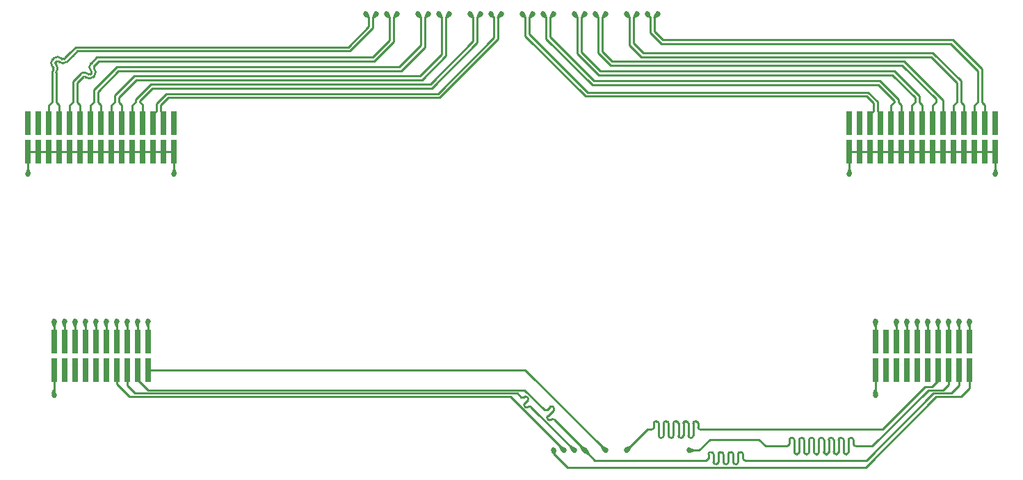
<source format=gbr>
%TF.GenerationSoftware,KiCad,Pcbnew,8.0.3-8.0.3-0~ubuntu24.04.1*%
%TF.CreationDate,2024-07-15T14:42:22+02:00*%
%TF.ProjectId,MainBoard,4d61696e-426f-4617-9264-2e6b69636164,rev?*%
%TF.SameCoordinates,Original*%
%TF.FileFunction,Copper,L1,Top*%
%TF.FilePolarity,Positive*%
%FSLAX46Y46*%
G04 Gerber Fmt 4.6, Leading zero omitted, Abs format (unit mm)*
G04 Created by KiCad (PCBNEW 8.0.3-8.0.3-0~ubuntu24.04.1) date 2024-07-15 14:42:22*
%MOMM*%
%LPD*%
G01*
G04 APERTURE LIST*
%TA.AperFunction,SMDPad,CuDef*%
%ADD10R,0.740000X2.920000*%
%TD*%
%TA.AperFunction,ViaPad*%
%ADD11C,0.685800*%
%TD*%
%TA.AperFunction,Conductor*%
%ADD12C,0.254000*%
%TD*%
%TA.AperFunction,Conductor*%
%ADD13C,0.290000*%
%TD*%
G04 APERTURE END LIST*
D10*
%TO.P,J6,1,Pin_1*%
%TO.N,/monitor1_1*%
X46610000Y-93395000D03*
%TO.P,J6,2,Pin_2*%
%TO.N,/sck*%
X46610000Y-96825000D03*
%TO.P,J6,3,Pin_3*%
%TO.N,/monitor0_1*%
X45340000Y-93395000D03*
%TO.P,J6,4,Pin_4*%
%TO.N,/miso*%
X45340000Y-96825000D03*
%TO.P,J6,5,Pin_5*%
%TO.N,/resetn_1*%
X44070000Y-93395000D03*
%TO.P,J6,6,Pin_6*%
%TO.N,/mosi*%
X44070000Y-96825000D03*
%TO.P,J6,7,Pin_7*%
%TO.N,/trigger0_1*%
X42800000Y-93395000D03*
%TO.P,J6,8,Pin_8*%
%TO.N,/ss_1*%
X42800000Y-96825000D03*
%TO.P,J6,9,Pin_9*%
%TO.N,/vddpix_1*%
X41530000Y-93395000D03*
%TO.P,J6,10,Pin_10*%
%TO.N,unconnected-(J6-Pin_10-Pad10)*%
X41530000Y-96825000D03*
%TO.P,J6,11,Pin_11*%
%TO.N,/vdd33_1*%
X40260000Y-93395000D03*
%TO.P,J6,12,Pin_12*%
%TO.N,unconnected-(J6-Pin_12-Pad12)*%
X40260000Y-96825000D03*
%TO.P,J6,13,Pin_13*%
%TO.N,/noip_clk_1*%
X38990000Y-93395000D03*
%TO.P,J6,14,Pin_14*%
%TO.N,unconnected-(J6-Pin_14-Pad14)*%
X38990000Y-96825000D03*
%TO.P,J6,15,Pin_15*%
%TO.N,GND*%
X37720000Y-93395000D03*
%TO.P,J6,16,Pin_16*%
%TO.N,unconnected-(J6-Pin_16-Pad16)*%
X37720000Y-96825000D03*
%TO.P,J6,17,Pin_17*%
%TO.N,/vdd18_1*%
X36450000Y-93395000D03*
%TO.P,J6,18,Pin_18*%
%TO.N,unconnected-(J6-Pin_18-Pad18)*%
X36450000Y-96825000D03*
%TO.P,J6,19,Pin_19*%
%TO.N,GND*%
X35180000Y-93395000D03*
%TO.P,J6,20,Pin_20*%
X35180000Y-96825000D03*
%TD*%
%TO.P,J4,1,Pin_1*%
%TO.N,/monitor1_0*%
X146610000Y-93395000D03*
%TO.P,J4,2,Pin_2*%
%TO.N,/sck*%
X146610000Y-96825000D03*
%TO.P,J4,3,Pin_3*%
%TO.N,/monitor0_0*%
X145340000Y-93395000D03*
%TO.P,J4,4,Pin_4*%
%TO.N,/miso*%
X145340000Y-96825000D03*
%TO.P,J4,5,Pin_5*%
%TO.N,/resetn_0*%
X144070000Y-93395000D03*
%TO.P,J4,6,Pin_6*%
%TO.N,/mosi*%
X144070000Y-96825000D03*
%TO.P,J4,7,Pin_7*%
%TO.N,/trigger0_0*%
X142800000Y-93395000D03*
%TO.P,J4,8,Pin_8*%
%TO.N,/ss_0*%
X142800000Y-96825000D03*
%TO.P,J4,9,Pin_9*%
%TO.N,/vddpix_0*%
X141530000Y-93395000D03*
%TO.P,J4,10,Pin_10*%
%TO.N,unconnected-(J4-Pin_10-Pad10)*%
X141530000Y-96825000D03*
%TO.P,J4,11,Pin_11*%
%TO.N,/vdd33_0*%
X140260000Y-93395000D03*
%TO.P,J4,12,Pin_12*%
%TO.N,unconnected-(J4-Pin_12-Pad12)*%
X140260000Y-96825000D03*
%TO.P,J4,13,Pin_13*%
%TO.N,/noip_clk_0*%
X138990000Y-93395000D03*
%TO.P,J4,14,Pin_14*%
%TO.N,unconnected-(J4-Pin_14-Pad14)*%
X138990000Y-96825000D03*
%TO.P,J4,15,Pin_15*%
%TO.N,/vdd18_0*%
X137720000Y-93395000D03*
%TO.P,J4,16,Pin_16*%
%TO.N,unconnected-(J4-Pin_16-Pad16)*%
X137720000Y-96825000D03*
%TO.P,J4,17,Pin_17*%
%TO.N,unconnected-(J4-Pin_17-Pad17)*%
X136450000Y-93395000D03*
%TO.P,J4,18,Pin_18*%
%TO.N,unconnected-(J4-Pin_18-Pad18)*%
X136450000Y-96825000D03*
%TO.P,J4,19,Pin_19*%
%TO.N,GND*%
X135180000Y-93395000D03*
%TO.P,J4,20,Pin_20*%
X135180000Y-96825000D03*
%TD*%
%TO.P,J3,1,Pin_1*%
%TO.N,unconnected-(J3-Pin_1-Pad1)*%
X149785000Y-66785000D03*
%TO.P,J3,2,Pin_2*%
%TO.N,GND*%
X149785000Y-70215000D03*
%TO.P,J3,3,Pin_3*%
%TO.N,/clkout0_N*%
X148515000Y-66785000D03*
%TO.P,J3,4,Pin_4*%
%TO.N,GND*%
X148515000Y-70215000D03*
%TO.P,J3,5,Pin_5*%
%TO.N,/clkout0_P*%
X147245000Y-66785000D03*
%TO.P,J3,6,Pin_6*%
%TO.N,GND*%
X147245000Y-70215000D03*
%TO.P,J3,7,Pin_7*%
%TO.N,/dout0_0_N*%
X145975000Y-66785000D03*
%TO.P,J3,8,Pin_8*%
%TO.N,GND*%
X145975000Y-70215000D03*
%TO.P,J3,9,Pin_9*%
%TO.N,/dout0_0_P*%
X144705000Y-66785000D03*
%TO.P,J3,10,Pin_10*%
%TO.N,GND*%
X144705000Y-70215000D03*
%TO.P,J3,11,Pin_11*%
%TO.N,/dout1_0_N*%
X143435000Y-66785000D03*
%TO.P,J3,12,Pin_12*%
%TO.N,GND*%
X143435000Y-70215000D03*
%TO.P,J3,13,Pin_13*%
%TO.N,/dout1_0_P*%
X142165000Y-66785000D03*
%TO.P,J3,14,Pin_14*%
%TO.N,GND*%
X142165000Y-70215000D03*
%TO.P,J3,15,Pin_15*%
%TO.N,/dout2_0_N*%
X140895000Y-66785000D03*
%TO.P,J3,16,Pin_16*%
%TO.N,GND*%
X140895000Y-70215000D03*
%TO.P,J3,17,Pin_17*%
%TO.N,/dout2_0_P*%
X139625000Y-66785000D03*
%TO.P,J3,18,Pin_18*%
%TO.N,GND*%
X139625000Y-70215000D03*
%TO.P,J3,19,Pin_19*%
%TO.N,/dout3_0_N*%
X138355000Y-66785000D03*
%TO.P,J3,20,Pin_20*%
%TO.N,GND*%
X138355000Y-70215000D03*
%TO.P,J3,21,Pin_21*%
%TO.N,/dout3_0_P*%
X137085000Y-66785000D03*
%TO.P,J3,22,Pin_22*%
%TO.N,GND*%
X137085000Y-70215000D03*
%TO.P,J3,23,Pin_23*%
%TO.N,/sync0_N*%
X135815000Y-66785000D03*
%TO.P,J3,24,Pin_24*%
%TO.N,GND*%
X135815000Y-70215000D03*
%TO.P,J3,25,Pin_25*%
%TO.N,/sync0_P*%
X134545000Y-66785000D03*
%TO.P,J3,26,Pin_26*%
%TO.N,GND*%
X134545000Y-70215000D03*
%TO.P,J3,27,Pin_27*%
%TO.N,unconnected-(J3-Pin_27-Pad27)*%
X133275000Y-66785000D03*
%TO.P,J3,28,Pin_28*%
%TO.N,GND*%
X133275000Y-70215000D03*
%TO.P,J3,29,Pin_29*%
%TO.N,unconnected-(J3-Pin_29-Pad29)*%
X132005000Y-66785000D03*
%TO.P,J3,30,Pin_30*%
%TO.N,GND*%
X132005000Y-70215000D03*
%TD*%
%TO.P,J5,1,Pin_1*%
%TO.N,unconnected-(J5-Pin_1-Pad1)*%
X49785000Y-66785000D03*
%TO.P,J5,2,Pin_2*%
%TO.N,GND*%
X49785000Y-70215000D03*
%TO.P,J5,3,Pin_3*%
%TO.N,/clkout1_N*%
X48515000Y-66785000D03*
%TO.P,J5,4,Pin_4*%
%TO.N,GND*%
X48515000Y-70215000D03*
%TO.P,J5,5,Pin_5*%
%TO.N,/clkout1_P*%
X47245000Y-66785000D03*
%TO.P,J5,6,Pin_6*%
%TO.N,GND*%
X47245000Y-70215000D03*
%TO.P,J5,7,Pin_7*%
%TO.N,/dout0_1_N*%
X45975000Y-66785000D03*
%TO.P,J5,8,Pin_8*%
%TO.N,GND*%
X45975000Y-70215000D03*
%TO.P,J5,9,Pin_9*%
%TO.N,/dout0_1_P*%
X44705000Y-66785000D03*
%TO.P,J5,10,Pin_10*%
%TO.N,GND*%
X44705000Y-70215000D03*
%TO.P,J5,11,Pin_11*%
%TO.N,/dout1_1_N*%
X43435000Y-66785000D03*
%TO.P,J5,12,Pin_12*%
%TO.N,GND*%
X43435000Y-70215000D03*
%TO.P,J5,13,Pin_13*%
%TO.N,/dout1_1_P*%
X42165000Y-66785000D03*
%TO.P,J5,14,Pin_14*%
%TO.N,GND*%
X42165000Y-70215000D03*
%TO.P,J5,15,Pin_15*%
%TO.N,/dout2_1_N*%
X40895000Y-66785000D03*
%TO.P,J5,16,Pin_16*%
%TO.N,GND*%
X40895000Y-70215000D03*
%TO.P,J5,17,Pin_17*%
%TO.N,/dout2_1_P*%
X39625000Y-66785000D03*
%TO.P,J5,18,Pin_18*%
%TO.N,GND*%
X39625000Y-70215000D03*
%TO.P,J5,19,Pin_19*%
%TO.N,/dout3_1_N*%
X38355000Y-66785000D03*
%TO.P,J5,20,Pin_20*%
%TO.N,GND*%
X38355000Y-70215000D03*
%TO.P,J5,21,Pin_21*%
%TO.N,/dout3_1_P*%
X37085000Y-66785000D03*
%TO.P,J5,22,Pin_22*%
%TO.N,GND*%
X37085000Y-70215000D03*
%TO.P,J5,23,Pin_23*%
%TO.N,/sync1_N*%
X35815000Y-66785000D03*
%TO.P,J5,24,Pin_24*%
%TO.N,GND*%
X35815000Y-70215000D03*
%TO.P,J5,25,Pin_25*%
%TO.N,/sync1_P*%
X34545000Y-66785000D03*
%TO.P,J5,26,Pin_26*%
%TO.N,GND*%
X34545000Y-70215000D03*
%TO.P,J5,27,Pin_27*%
%TO.N,unconnected-(J5-Pin_27-Pad27)*%
X33275000Y-66785000D03*
%TO.P,J5,28,Pin_28*%
%TO.N,GND*%
X33275000Y-70215000D03*
%TO.P,J5,29,Pin_29*%
%TO.N,unconnected-(J5-Pin_29-Pad29)*%
X32005000Y-66785000D03*
%TO.P,J5,30,Pin_30*%
%TO.N,GND*%
X32005000Y-70215000D03*
%TD*%
D11*
%TO.N,GND*%
X49785000Y-73000000D03*
X35200000Y-90874000D03*
X35180000Y-99874000D03*
X37740000Y-90874000D03*
X32005000Y-73000000D03*
X149785000Y-73000000D03*
X132005000Y-73000000D03*
X135180000Y-99875000D03*
X135200000Y-90875000D03*
%TO.N,/trigger0_0*%
X142800000Y-90875000D03*
%TO.N,/mosi*%
X112480000Y-106600000D03*
X98515000Y-106600000D03*
%TO.N,/resetn_1*%
X44070000Y-90874000D03*
%TO.N,/resetn_0*%
X144070000Y-90875000D03*
%TO.N,/noip_clk_0*%
X138990000Y-90875000D03*
%TO.N,/trigger0_1*%
X42800000Y-90874000D03*
%TO.N,/ss_0*%
X104865000Y-106600000D03*
%TO.N,/noip_clk_1*%
X38990000Y-90874000D03*
%TO.N,/miso*%
X99785000Y-106600000D03*
%TO.N,/ss_1*%
X97245000Y-106600000D03*
%TO.N,/sck*%
X95970000Y-106600000D03*
X102325000Y-106600000D03*
%TO.N,/vddpix_0*%
X141530000Y-90875000D03*
%TO.N,/vdd33_0*%
X140260000Y-90875000D03*
%TO.N,/vdd18_0*%
X137720000Y-90875000D03*
%TO.N,/vdd33_1*%
X40260000Y-90874000D03*
%TO.N,/vddpix_1*%
X41530000Y-90874000D03*
%TO.N,/vdd18_1*%
X36450000Y-90874000D03*
%TO.N,/clkout0_P*%
X107385000Y-53500000D03*
%TO.N,/sync0_P*%
X92165000Y-53500000D03*
%TO.N,/clkout0_N*%
X108675000Y-53500000D03*
%TO.N,/sync0_N*%
X93445000Y-53500000D03*
%TO.N,/dout0_0_N*%
X106135000Y-53500000D03*
%TO.N,/dout3_1_P*%
X75655000Y-53500000D03*
%TO.N,/clkout1_N*%
X89625000Y-53500000D03*
%TO.N,/dout1_0_P*%
X101056000Y-53500000D03*
%TO.N,/dout3_1_N*%
X76925000Y-53500000D03*
%TO.N,/dout2_0_N*%
X99785000Y-53500000D03*
%TO.N,/dout0_0_P*%
X104865000Y-53500000D03*
%TO.N,/dout1_1_N*%
X83275000Y-53500000D03*
%TO.N,/sync1_N*%
X74395000Y-53500000D03*
%TO.N,/clkout1_P*%
X88335000Y-53500000D03*
%TO.N,/dout2_0_P*%
X98515000Y-53500000D03*
%TO.N,/dout2_1_N*%
X80735000Y-53500000D03*
%TO.N,/dout3_0_N*%
X95975000Y-53500000D03*
%TO.N,/dout3_0_P*%
X94705000Y-53500000D03*
%TO.N,/dout0_1_P*%
X85815000Y-53500000D03*
%TO.N,/dout2_1_P*%
X79465000Y-53500000D03*
%TO.N,/sync1_P*%
X73115000Y-53500000D03*
%TO.N,/dout0_1_N*%
X87085000Y-53500000D03*
%TO.N,/dout1_0_N*%
X102325000Y-53500000D03*
%TO.N,/dout1_1_P*%
X82006000Y-53500000D03*
%TO.N,/monitor0_0*%
X145340000Y-90875000D03*
%TO.N,/monitor1_0*%
X146610000Y-90875000D03*
%TO.N,/monitor1_1*%
X46610000Y-90874000D03*
%TO.N,/monitor0_1*%
X45340000Y-90874000D03*
%TD*%
D12*
%TO.N,GND*%
X33275000Y-70215000D02*
X32005000Y-70215000D01*
X37720000Y-90894000D02*
X37740000Y-90874000D01*
X132005000Y-73000000D02*
X132005000Y-70215000D01*
X49785000Y-70215000D02*
X49785000Y-73000000D01*
X135180000Y-93395000D02*
X135180000Y-90895000D01*
X132005000Y-70215000D02*
X149785000Y-70215000D01*
X33275000Y-70215000D02*
X49785000Y-70215000D01*
X35180000Y-96825000D02*
X35180000Y-99874000D01*
X37720000Y-93395000D02*
X37720000Y-90894000D01*
X135180000Y-90895000D02*
X135200000Y-90875000D01*
X32005000Y-70215000D02*
X32005000Y-73000000D01*
X35180000Y-93395000D02*
X35180000Y-90894000D01*
X149785000Y-70215000D02*
X149785000Y-73000000D01*
X35180000Y-90894000D02*
X35200000Y-90874000D01*
X135180000Y-96825000D02*
X135180000Y-99875000D01*
%TO.N,/trigger0_0*%
X142800000Y-90875000D02*
X142800000Y-93395000D01*
%TO.N,/mosi*%
X129491450Y-106075000D02*
X129491450Y-105332714D01*
X125291450Y-105332714D02*
X125291450Y-105835000D01*
X133450000Y-106075000D02*
X134800000Y-106075000D01*
X127691450Y-106075000D02*
X127691450Y-106817286D01*
X127931450Y-107057286D02*
X128051450Y-107057286D01*
X92472133Y-100896544D02*
X92457991Y-100910686D01*
X44070000Y-98745000D02*
X44981000Y-99656000D01*
X134800000Y-106075000D02*
X141600000Y-99275000D01*
X129491450Y-106817286D02*
X129491450Y-106075000D01*
X125891450Y-106075000D02*
X125891450Y-105332714D01*
X115000000Y-105275000D02*
X121000000Y-105275000D01*
X44070000Y-96825000D02*
X44070000Y-98745000D01*
X130331450Y-107057286D02*
X130451450Y-107057286D01*
X92457991Y-101250098D02*
X92542843Y-101334950D01*
X131291450Y-106075000D02*
X131291450Y-106817286D01*
X125891450Y-106817286D02*
X125891450Y-106075000D01*
X126491450Y-105332714D02*
X126491450Y-106075000D01*
X125291450Y-106075000D02*
X125291450Y-106817286D01*
X92882255Y-101334950D02*
X92896397Y-101320807D01*
X127091450Y-106817286D02*
X127091450Y-106075000D01*
X130931450Y-105092691D02*
X131051450Y-105092691D01*
X124691450Y-105835000D02*
X124691450Y-105332714D01*
X132731450Y-106075000D02*
X132851450Y-106075000D01*
X92740836Y-100118729D02*
X92825688Y-100203581D01*
X128291450Y-106075000D02*
X128291450Y-105332714D01*
X124931450Y-105092714D02*
X125051450Y-105092714D01*
X130091450Y-105332714D02*
X130091450Y-106075000D01*
X131891450Y-106817286D02*
X131891450Y-106075000D01*
X128891450Y-105332714D02*
X128891450Y-106075000D01*
X121000000Y-105275000D02*
X121800000Y-106075000D01*
X92811544Y-100557134D02*
X92641839Y-100726839D01*
X130091450Y-106075000D02*
X130091450Y-106817286D01*
X44981000Y-99656000D02*
X91571000Y-99656000D01*
X93235808Y-101320807D02*
X93320661Y-101405661D01*
X130691450Y-106075000D02*
X130691450Y-105332691D01*
X131291450Y-105332691D02*
X131291450Y-106075000D01*
X128891450Y-106075000D02*
X128891450Y-106817286D01*
X93635891Y-101720891D02*
X98515000Y-106600000D01*
X128291450Y-106817286D02*
X128291450Y-106075000D01*
X127091450Y-106075000D02*
X127091450Y-105332714D01*
X144070000Y-98605000D02*
X144070000Y-96825000D01*
X132131450Y-105092691D02*
X132251450Y-105092691D01*
X131891450Y-105835000D02*
X131891450Y-105332691D01*
X131531450Y-107057286D02*
X131651450Y-107057286D01*
X121800000Y-106075000D02*
X124451450Y-106075000D01*
X127691450Y-105332714D02*
X127691450Y-106075000D01*
X129131450Y-107057286D02*
X129251450Y-107057286D01*
X93320661Y-101405661D02*
X93635891Y-101720891D01*
X125531450Y-107057286D02*
X125651450Y-107057286D01*
X126491450Y-106075000D02*
X126491450Y-106817286D01*
X92641839Y-100726839D02*
X92472133Y-100896544D01*
X127331450Y-105092714D02*
X127451450Y-105092714D01*
X126131450Y-105092714D02*
X126251450Y-105092714D01*
X91571000Y-99656000D02*
X92047871Y-100132871D01*
X92387283Y-100132872D02*
X92401424Y-100118728D01*
X112480000Y-106600000D02*
X113675000Y-106600000D01*
X129731450Y-105092714D02*
X129851450Y-105092714D01*
X141600000Y-99275000D02*
X143400000Y-99275000D01*
X113675000Y-106600000D02*
X115000000Y-105275000D01*
X131891450Y-106075000D02*
X131891450Y-105835000D01*
X128531450Y-105092714D02*
X128651450Y-105092714D01*
X132851450Y-106075000D02*
X133450000Y-106075000D01*
X143400000Y-99275000D02*
X144070000Y-98605000D01*
X126731450Y-107057286D02*
X126851450Y-107057286D01*
X125291450Y-105835000D02*
X125291450Y-106075000D01*
X92825688Y-100542993D02*
X92811544Y-100557134D01*
X132491450Y-105332691D02*
X132491450Y-105835000D01*
X130691450Y-106817286D02*
X130691450Y-106075000D01*
X92457991Y-100910686D02*
G75*
G03*
X92457983Y-101250106I169709J-169714D01*
G01*
X129851450Y-105092714D02*
G75*
G02*
X130091486Y-105332714I50J-239986D01*
G01*
X130091450Y-106817286D02*
G75*
G03*
X130331450Y-107057250I239950J-14D01*
G01*
X125291450Y-106817286D02*
G75*
G03*
X125531450Y-107057250I239950J-14D01*
G01*
X92825688Y-100203581D02*
G75*
G02*
X92825701Y-100543006I-169688J-169719D01*
G01*
X124691450Y-105332714D02*
G75*
G02*
X124931450Y-105092750I239950J14D01*
G01*
X92401424Y-100118728D02*
G75*
G02*
X92740806Y-100118758I169676J-169672D01*
G01*
X125891450Y-105332714D02*
G75*
G02*
X126131450Y-105092750I239950J14D01*
G01*
X131651450Y-107057286D02*
G75*
G03*
X131891486Y-106817286I50J239986D01*
G01*
X125651450Y-107057286D02*
G75*
G03*
X125891486Y-106817286I50J239986D01*
G01*
X132491450Y-105835000D02*
G75*
G03*
X132731450Y-106074950I239950J0D01*
G01*
X128291450Y-105332714D02*
G75*
G02*
X128531450Y-105092750I239950J14D01*
G01*
X131891450Y-105332691D02*
G75*
G02*
X132131450Y-105092750I239950J-9D01*
G01*
X131051450Y-105092691D02*
G75*
G02*
X131291509Y-105332691I50J-240009D01*
G01*
X124451450Y-106075000D02*
G75*
G03*
X124691500Y-105835000I50J240000D01*
G01*
X127451450Y-105092714D02*
G75*
G02*
X127691486Y-105332714I50J-239986D01*
G01*
X129251450Y-107057286D02*
G75*
G03*
X129491486Y-106817286I50J239986D01*
G01*
X128051450Y-107057286D02*
G75*
G03*
X128291486Y-106817286I50J239986D01*
G01*
X126491450Y-106817286D02*
G75*
G03*
X126731450Y-107057250I239950J-14D01*
G01*
X92047871Y-100132871D02*
G75*
G03*
X92387306Y-100132895I169729J169671D01*
G01*
X92542843Y-101334950D02*
G75*
G03*
X92882255Y-101334950I169706J169704D01*
G01*
X127691450Y-106817286D02*
G75*
G03*
X127931450Y-107057250I239950J-14D01*
G01*
X130451450Y-107057286D02*
G75*
G03*
X130691486Y-106817286I50J239986D01*
G01*
X128651450Y-105092714D02*
G75*
G02*
X128891486Y-105332714I50J-239986D01*
G01*
X127091450Y-105332714D02*
G75*
G02*
X127331450Y-105092750I239950J14D01*
G01*
X130691450Y-105332691D02*
G75*
G02*
X130931450Y-105092750I239950J-9D01*
G01*
X131291450Y-106817286D02*
G75*
G03*
X131531450Y-107057250I239950J-14D01*
G01*
X132251450Y-105092691D02*
G75*
G02*
X132491509Y-105332691I50J-240009D01*
G01*
X126251450Y-105092714D02*
G75*
G02*
X126491486Y-105332714I50J-239986D01*
G01*
X128891450Y-106817286D02*
G75*
G03*
X129131450Y-107057250I239950J-14D01*
G01*
X125051450Y-105092714D02*
G75*
G02*
X125291486Y-105332714I50J-239986D01*
G01*
X126851450Y-107057286D02*
G75*
G03*
X127091486Y-106817286I50J239986D01*
G01*
X92896397Y-101320807D02*
G75*
G02*
X93235808Y-101320806I169706J-169707D01*
G01*
X129491450Y-105332714D02*
G75*
G02*
X129731450Y-105092750I239950J14D01*
G01*
%TO.N,/resetn_1*%
X44070000Y-90874000D02*
X44070000Y-93395000D01*
%TO.N,/resetn_0*%
X144070000Y-90875000D02*
X144070000Y-93395000D01*
%TO.N,/noip_clk_0*%
X138990000Y-90875000D02*
X138990000Y-93395000D01*
%TO.N,/trigger0_1*%
X42800000Y-90874000D02*
X42800000Y-93395000D01*
%TO.N,/ss_0*%
X109390000Y-104075000D02*
X109390000Y-103315000D01*
X112990000Y-104075000D02*
X112990000Y-103835000D01*
X113590000Y-103315000D02*
X113590000Y-103835000D01*
X109030000Y-105075000D02*
X109150000Y-105075000D01*
X110590000Y-104835000D02*
X110590000Y-104075000D01*
X108790000Y-103315000D02*
X108790000Y-103835000D01*
X112390000Y-104075000D02*
X112390000Y-104835000D01*
X112990000Y-104835000D02*
X112990000Y-104075000D01*
X111190000Y-104075000D02*
X111190000Y-104835000D01*
X110590000Y-104075000D02*
X110590000Y-103315000D01*
X112630000Y-105075000D02*
X112750000Y-105075000D01*
X104865000Y-106600000D02*
X107390000Y-104075000D01*
X113230000Y-103075000D02*
X113350000Y-103075000D01*
X107390000Y-104075000D02*
X107950000Y-104075000D01*
X108790000Y-104075000D02*
X108790000Y-104835000D01*
X111790000Y-104075000D02*
X111790000Y-103315000D01*
X109990000Y-104075000D02*
X109990000Y-104835000D01*
X113830000Y-104075000D02*
X113950000Y-104075000D01*
X111430000Y-105075000D02*
X111550000Y-105075000D01*
X112030000Y-103075000D02*
X112150000Y-103075000D01*
X141200000Y-98875000D02*
X142019000Y-98875000D01*
X108430000Y-103075000D02*
X108550000Y-103075000D01*
X111190000Y-103315000D02*
X111190000Y-104075000D01*
X136000000Y-104075000D02*
X141200000Y-98875000D01*
X110830000Y-103075000D02*
X110950000Y-103075000D01*
X113950000Y-104075000D02*
X114513564Y-104075000D01*
X109630000Y-103075000D02*
X109750000Y-103075000D01*
X112990000Y-103835000D02*
X112990000Y-103315000D01*
X109990000Y-103315000D02*
X109990000Y-104075000D01*
X142019000Y-98875000D02*
X142800000Y-98094000D01*
X114513564Y-104075000D02*
X136000000Y-104075000D01*
X111790000Y-104835000D02*
X111790000Y-104075000D01*
X112390000Y-103315000D02*
X112390000Y-104075000D01*
X110230000Y-105075000D02*
X110350000Y-105075000D01*
X108190000Y-103835000D02*
X108190000Y-103315000D01*
X142800000Y-98094000D02*
X142800000Y-96825000D01*
X109390000Y-104835000D02*
X109390000Y-104075000D01*
X108790000Y-103835000D02*
X108790000Y-104075000D01*
X111190000Y-104835000D02*
G75*
G03*
X111430000Y-105075000I240000J0D01*
G01*
X111550000Y-105075000D02*
G75*
G03*
X111790000Y-104835000I0J240000D01*
G01*
X108790000Y-104835000D02*
G75*
G03*
X109030000Y-105075000I240000J0D01*
G01*
X109990000Y-104835000D02*
G75*
G03*
X110230000Y-105075000I240000J0D01*
G01*
X110350000Y-105075000D02*
G75*
G03*
X110590000Y-104835000I0J240000D01*
G01*
X108550000Y-103075000D02*
G75*
G02*
X108790000Y-103315000I0J-240000D01*
G01*
X110950000Y-103075000D02*
G75*
G02*
X111190000Y-103315000I0J-240000D01*
G01*
X112390000Y-104835000D02*
G75*
G03*
X112630000Y-105075000I240000J0D01*
G01*
X112150000Y-103075000D02*
G75*
G02*
X112390000Y-103315000I0J-240000D01*
G01*
X108190000Y-103315000D02*
G75*
G02*
X108430000Y-103075000I240000J0D01*
G01*
X109390000Y-103315000D02*
G75*
G02*
X109630000Y-103075000I240000J0D01*
G01*
X111790000Y-103315000D02*
G75*
G02*
X112030000Y-103075000I240000J0D01*
G01*
X113350000Y-103075000D02*
G75*
G02*
X113590000Y-103315000I0J-240000D01*
G01*
X107950000Y-104075000D02*
G75*
G03*
X108190000Y-103835000I0J240000D01*
G01*
X113590000Y-103835000D02*
G75*
G03*
X113830000Y-104075000I240000J0D01*
G01*
X110590000Y-103315000D02*
G75*
G02*
X110830000Y-103075000I240000J0D01*
G01*
X109150000Y-105075000D02*
G75*
G03*
X109390000Y-104835000I0J240000D01*
G01*
X109750000Y-103075000D02*
G75*
G02*
X109990000Y-103315000I0J-240000D01*
G01*
X112750000Y-105075000D02*
G75*
G03*
X112990000Y-104835000I0J240000D01*
G01*
X112990000Y-103315000D02*
G75*
G02*
X113230000Y-103075000I240000J0D01*
G01*
%TO.N,/noip_clk_1*%
X38990000Y-90874000D02*
X38990000Y-93395000D01*
%TO.N,/miso*%
X115454411Y-107585000D02*
X115454411Y-107825000D01*
X116054411Y-107825000D02*
X116054411Y-107065000D01*
X96147640Y-102962640D02*
X99785000Y-106600000D01*
X118454411Y-108050000D02*
X118454411Y-107825000D01*
X101010000Y-107825000D02*
X114614411Y-107825000D01*
X95693841Y-102876536D02*
X95707983Y-102862393D01*
X95269577Y-102791684D02*
X95354429Y-102876536D01*
X95198869Y-101674458D02*
X95566563Y-101306761D01*
X95990827Y-101731026D02*
X95623130Y-102098720D01*
X142200000Y-99675000D02*
X144400000Y-99675000D01*
X46600000Y-99275000D02*
X92460000Y-99275000D01*
X120000000Y-107825000D02*
X134050000Y-107825000D01*
X144400000Y-99675000D02*
X145340000Y-98735000D01*
X117854411Y-107825000D02*
X117854411Y-108050000D01*
X118454411Y-107825000D02*
X118454411Y-107585000D01*
X119414411Y-107825000D02*
X120000000Y-107825000D01*
X115454411Y-107065000D02*
X115454411Y-107585000D01*
X115679411Y-108275000D02*
X115829411Y-108275000D01*
X119054411Y-107065000D02*
X119054411Y-107585000D01*
X95623130Y-102098720D02*
X95453424Y-102268426D01*
X99785000Y-106600000D02*
X101010000Y-107825000D01*
X117254411Y-108050000D02*
X117254411Y-107825000D01*
X95905975Y-101306762D02*
X95990827Y-101391614D01*
X118079411Y-108275000D02*
X118229411Y-108275000D01*
X45340000Y-98015000D02*
X46600000Y-99275000D01*
X92460000Y-99275000D02*
X94859457Y-101674457D01*
X95453425Y-102268425D02*
X95283719Y-102438130D01*
X117254411Y-107825000D02*
X117254411Y-107065000D01*
X118694411Y-106825000D02*
X118814411Y-106825000D01*
X116879411Y-108275000D02*
X117029411Y-108275000D01*
X116654411Y-107825000D02*
X116654411Y-108050000D01*
X115454411Y-107825000D02*
X115454411Y-108050000D01*
X96047394Y-102862393D02*
X96132247Y-102947247D01*
X114854411Y-107585000D02*
X114854411Y-107065000D01*
X115094411Y-106825000D02*
X115214411Y-106825000D01*
X134050000Y-107825000D02*
X142200000Y-99675000D01*
X95453424Y-102268426D02*
X95453425Y-102268425D01*
X118454411Y-107585000D02*
X118454411Y-107065000D01*
X145340000Y-98735000D02*
X145340000Y-96825000D01*
X116054411Y-108050000D02*
X116054411Y-107825000D01*
X96132247Y-102947247D02*
X96147640Y-102962640D01*
X117494411Y-106825000D02*
X117614411Y-106825000D01*
X116654411Y-107065000D02*
X116654411Y-107825000D01*
X117854411Y-107065000D02*
X117854411Y-107825000D01*
X45340000Y-96825000D02*
X45340000Y-98015000D01*
X95283719Y-102438130D02*
X95269577Y-102452272D01*
X119294411Y-107825000D02*
X119414411Y-107825000D01*
X116294411Y-106825000D02*
X116414411Y-106825000D01*
X114854411Y-107065000D02*
G75*
G02*
X115094411Y-106825011I239989J0D01*
G01*
X95269577Y-102452272D02*
G75*
G03*
X95269555Y-102791706I169723J-169728D01*
G01*
X118814411Y-106825000D02*
G75*
G02*
X119054400Y-107065000I-11J-240000D01*
G01*
X116414411Y-106825000D02*
G75*
G02*
X116654400Y-107065000I-11J-240000D01*
G01*
X115829411Y-108275000D02*
G75*
G03*
X116054400Y-108050000I-11J225000D01*
G01*
X116654411Y-108050000D02*
G75*
G03*
X116879411Y-108274989I224989J0D01*
G01*
X94859457Y-101674457D02*
G75*
G03*
X95198905Y-101674495I169743J169757D01*
G01*
X118454411Y-107065000D02*
G75*
G02*
X118694411Y-106825011I239989J0D01*
G01*
X117254411Y-107065000D02*
G75*
G02*
X117494411Y-106825011I239989J0D01*
G01*
X95990827Y-101391614D02*
G75*
G02*
X95990807Y-101731006I-169727J-169686D01*
G01*
X116054411Y-107065000D02*
G75*
G02*
X116294411Y-106825011I239989J0D01*
G01*
X119054411Y-107585000D02*
G75*
G03*
X119294411Y-107824989I239989J0D01*
G01*
X117854411Y-108050000D02*
G75*
G03*
X118079411Y-108274989I224989J0D01*
G01*
X114614411Y-107825000D02*
G75*
G03*
X114854400Y-107585000I-11J240000D01*
G01*
X95707983Y-102862393D02*
G75*
G02*
X96047394Y-102862393I169705J-169707D01*
G01*
X115454411Y-108050000D02*
G75*
G03*
X115679411Y-108274989I224989J0D01*
G01*
X117029411Y-108275000D02*
G75*
G03*
X117254400Y-108050000I-11J225000D01*
G01*
X117614411Y-106825000D02*
G75*
G02*
X117854400Y-107065000I-11J-240000D01*
G01*
X95354429Y-102876536D02*
G75*
G03*
X95693841Y-102876536I169706J169704D01*
G01*
X95566563Y-101306761D02*
G75*
G02*
X95906006Y-101306730I169737J-169739D01*
G01*
X118229411Y-108275000D02*
G75*
G03*
X118454400Y-108050000I-11J225000D01*
G01*
X115214411Y-106825000D02*
G75*
G02*
X115454400Y-107065000I-11J-240000D01*
G01*
%TO.N,/ss_1*%
X42800000Y-96825000D02*
X42800000Y-98539000D01*
X42800000Y-98539000D02*
X44336000Y-100075000D01*
X44336000Y-100075000D02*
X90720000Y-100075000D01*
X90720000Y-100075000D02*
X97245000Y-106600000D01*
%TO.N,/sck*%
X145600000Y-100075000D02*
X146610000Y-99065000D01*
X102325000Y-106600000D02*
X92550000Y-96825000D01*
X95970000Y-107020000D02*
X97650000Y-108700000D01*
X146610000Y-99065000D02*
X146610000Y-96825000D01*
X97650000Y-108700000D02*
X133975000Y-108700000D01*
X92550000Y-96825000D02*
X46610000Y-96825000D01*
X142600000Y-100075000D02*
X145600000Y-100075000D01*
X133975000Y-108700000D02*
X142600000Y-100075000D01*
X95970000Y-106600000D02*
X95970000Y-107020000D01*
%TO.N,/vddpix_0*%
X141530000Y-90875000D02*
X141530000Y-93395000D01*
%TO.N,/vdd33_0*%
X140260000Y-90875000D02*
X140260000Y-93395000D01*
%TO.N,/vdd18_0*%
X137720000Y-90875000D02*
X137720000Y-93395000D01*
%TO.N,/vdd33_1*%
X40260000Y-90874000D02*
X40260000Y-93395000D01*
%TO.N,/vddpix_1*%
X41530000Y-90874000D02*
X41530000Y-93395000D01*
%TO.N,/vdd18_1*%
X36450000Y-93395000D02*
X36450000Y-90874000D01*
D13*
%TO.N,/clkout0_P*%
X107785000Y-53900000D02*
X107785000Y-55806484D01*
X147635000Y-64204999D02*
X147245000Y-64594999D01*
X147245000Y-64594999D02*
X147245000Y-66785000D01*
X144352036Y-57120000D02*
X147635000Y-60402964D01*
X109098516Y-57120000D02*
X144352036Y-57120000D01*
X107385000Y-53500000D02*
X107785000Y-53900000D01*
X147635000Y-60402964D02*
X147635000Y-64204999D01*
X107785000Y-55806484D02*
X109098516Y-57120000D01*
%TO.N,/sync0_P*%
X92165000Y-53500000D02*
X92560000Y-53895000D01*
X134935000Y-65305000D02*
X134545000Y-65695000D01*
X99898516Y-63520000D02*
X134098516Y-63520000D01*
X134545000Y-65695000D02*
X134545000Y-66785000D01*
X134935000Y-64356484D02*
X134935000Y-65305000D01*
X92560000Y-56181484D02*
X99898516Y-63520000D01*
X92560000Y-53895000D02*
X92560000Y-56181484D01*
X134098516Y-63520000D02*
X134935000Y-64356484D01*
%TO.N,/clkout0_N*%
X148515000Y-64594999D02*
X148515000Y-66785000D01*
X144555000Y-56630000D02*
X148125000Y-60200000D01*
X108675000Y-53500000D02*
X108275000Y-53900000D01*
X108275000Y-53900000D02*
X108275000Y-55603516D01*
X109301484Y-56630000D02*
X144555000Y-56630000D01*
X148125000Y-60200000D02*
X148125000Y-64204999D01*
X108275000Y-55603516D02*
X109301484Y-56630000D01*
X148125000Y-64204999D02*
X148515000Y-64594999D01*
%TO.N,/sync0_N*%
X93050000Y-53895000D02*
X93050000Y-55978516D01*
X135425000Y-65305000D02*
X135815000Y-65695000D01*
X135425000Y-64153516D02*
X135425000Y-65305000D01*
X93050000Y-55978516D02*
X100101484Y-63030000D01*
X93445000Y-53500000D02*
X93050000Y-53895000D01*
X135815000Y-65695000D02*
X135815000Y-66785000D01*
X100101484Y-63030000D02*
X134301484Y-63030000D01*
X134301484Y-63030000D02*
X135425000Y-64153516D01*
%TO.N,/dout0_0_N*%
X145975000Y-64594999D02*
X145975000Y-66785000D01*
X142155000Y-58230000D02*
X145585000Y-61660000D01*
X105745000Y-57073516D02*
X106901484Y-58230000D01*
X105745000Y-53890000D02*
X105745000Y-57073516D01*
X106135000Y-53500000D02*
X105745000Y-53890000D01*
X145585000Y-61660000D02*
X145585000Y-64204999D01*
X145585000Y-64204999D02*
X145975000Y-64594999D01*
X106901484Y-58230000D02*
X142155000Y-58230000D01*
%TO.N,/dout3_1_P*%
X76045000Y-56683516D02*
X73948516Y-58780000D01*
X39668867Y-60421820D02*
X39712402Y-60465355D01*
X37085000Y-64594999D02*
X37085000Y-66785000D01*
X38396077Y-60782445D02*
X38254653Y-60923864D01*
X73948516Y-58780000D02*
X40398516Y-58780000D01*
X37475000Y-62744244D02*
X37475000Y-64204999D01*
X37475000Y-64204999D02*
X37085000Y-64594999D01*
X40398516Y-58780000D02*
X39668867Y-59509649D01*
X39668867Y-59509649D02*
X39668868Y-59509650D01*
X76045000Y-53890000D02*
X76045000Y-56683516D01*
X37475000Y-61703516D02*
X37475000Y-62744244D01*
X39712402Y-60684557D02*
X39570981Y-60825979D01*
X39351779Y-60825980D02*
X39308245Y-60782446D01*
X38254653Y-60923864D02*
X37475000Y-61703516D01*
X75655000Y-53500000D02*
X76045000Y-53890000D01*
X39712402Y-60465355D02*
G75*
G02*
X39712446Y-60684601I-109602J-109645D01*
G01*
X39308245Y-60782446D02*
G75*
G03*
X38396117Y-60782484I-456045J-456054D01*
G01*
X39570981Y-60825979D02*
G75*
G02*
X39351800Y-60825960I-109581J109579D01*
G01*
X39668868Y-59509650D02*
G75*
G03*
X39668902Y-60421785I456132J-456050D01*
G01*
%TO.N,/clkout1_N*%
X48125000Y-64621484D02*
X49051484Y-63695000D01*
X89225000Y-56575000D02*
X89225000Y-53900000D01*
X48515000Y-66785000D02*
X48515000Y-65695000D01*
X48125000Y-65305000D02*
X48125000Y-64621484D01*
X48515000Y-65695000D02*
X48125000Y-65305000D01*
X82105000Y-63695000D02*
X89225000Y-56575000D01*
X89225000Y-53900000D02*
X89625000Y-53500000D01*
X49051484Y-63695000D02*
X82105000Y-63695000D01*
%TO.N,/dout1_0_P*%
X101445500Y-53889500D02*
X101445500Y-58266984D01*
X101445500Y-58266984D02*
X102898516Y-59720000D01*
X142555000Y-63830000D02*
X142555000Y-64204999D01*
X142555000Y-64204999D02*
X142165000Y-64594999D01*
X102898516Y-59720000D02*
X138445000Y-59720000D01*
X138445000Y-59720000D02*
X142555000Y-63830000D01*
X142165000Y-64594999D02*
X142165000Y-66785000D01*
X101056000Y-53500000D02*
X101445500Y-53889500D01*
%TO.N,/dout3_1_N*%
X37965000Y-61906484D02*
X37965000Y-62744244D01*
X76535000Y-56886484D02*
X74151484Y-59270000D01*
X38742558Y-61128929D02*
X38601137Y-61270348D01*
X76535000Y-53890000D02*
X76535000Y-56886484D01*
X37965000Y-64204999D02*
X38355000Y-64594999D01*
X40601484Y-59270000D02*
X40015351Y-59856133D01*
X40058885Y-61031040D02*
X39917464Y-61172462D01*
X40015351Y-60075335D02*
X40058886Y-60118870D01*
X76925000Y-53500000D02*
X76535000Y-53890000D01*
X74151484Y-59270000D02*
X40601484Y-59270000D01*
X38601137Y-61270348D02*
X37965000Y-61906484D01*
X38355000Y-64594999D02*
X38355000Y-66785000D01*
X37965000Y-62744244D02*
X37965000Y-64204999D01*
X39005294Y-61172463D02*
X38961760Y-61128929D01*
X40058886Y-60118870D02*
G75*
G02*
X40058931Y-61031085I-456086J-456130D01*
G01*
X38961760Y-61128929D02*
G75*
G03*
X38742558Y-61128929I-109601J-109598D01*
G01*
X40015351Y-59856133D02*
G75*
G03*
X40015385Y-60075301I109549J-109567D01*
G01*
X39917464Y-61172462D02*
G75*
G02*
X39005316Y-61172442I-456064J456062D01*
G01*
%TO.N,/dout2_0_N*%
X140895000Y-64594999D02*
X140895000Y-66785000D01*
X101701484Y-60430000D02*
X137447964Y-60430000D01*
X140505000Y-64204999D02*
X140895000Y-64594999D01*
X99785000Y-53500000D02*
X99395000Y-53890000D01*
X99395000Y-58123516D02*
X101701484Y-60430000D01*
X140505000Y-63487036D02*
X140505000Y-64204999D01*
X99395000Y-53890000D02*
X99395000Y-58123516D01*
X137447964Y-60430000D02*
X140505000Y-63487036D01*
%TO.N,/dout0_0_P*%
X145095000Y-64204999D02*
X144705000Y-64594999D01*
X105255000Y-53890000D02*
X105255000Y-57276484D01*
X141952036Y-58720000D02*
X145095000Y-61862964D01*
X106698516Y-58720000D02*
X141952036Y-58720000D01*
X144705000Y-64594999D02*
X144705000Y-66785000D01*
X145095000Y-61862964D02*
X145095000Y-64204999D01*
X104865000Y-53500000D02*
X105255000Y-53890000D01*
X105255000Y-57276484D02*
X106698516Y-58720000D01*
%TO.N,/dout1_1_N*%
X82885500Y-53889500D02*
X82885500Y-58582464D01*
X43045000Y-64204999D02*
X43435000Y-64594999D01*
X45176484Y-61495000D02*
X43045000Y-63626484D01*
X43045000Y-63626484D02*
X43045000Y-64204999D01*
X43435000Y-64594999D02*
X43435000Y-66785000D01*
X79972964Y-61495000D02*
X45176484Y-61495000D01*
X82885500Y-58582464D02*
X79972964Y-61495000D01*
X83275000Y-53500000D02*
X82885500Y-53889500D01*
%TO.N,/sync1_N*%
X38001484Y-58020000D02*
X71176484Y-58020000D01*
X35425000Y-64204999D02*
X35425000Y-62325000D01*
X74000000Y-53895000D02*
X74395000Y-53500000D01*
X35815000Y-64594999D02*
X35425000Y-64204999D01*
X36839214Y-59182269D02*
X37448242Y-58573242D01*
X35815000Y-66785000D02*
X35815000Y-64594999D01*
X71176484Y-58020000D02*
X74000000Y-55196484D01*
X35425000Y-59684316D02*
X35342092Y-59601408D01*
X35702719Y-59240782D02*
X35785628Y-59323691D01*
X35425000Y-62325000D02*
X35425000Y-60596484D01*
X37448242Y-58573242D02*
X38001484Y-58020000D01*
X35342093Y-59382204D02*
X35483515Y-59240783D01*
X74000000Y-55196484D02*
X74000000Y-53895000D01*
X36697796Y-59323691D02*
X36839214Y-59182269D01*
X35425000Y-60596484D02*
G75*
G03*
X35425000Y-59684316I-456100J456084D01*
G01*
X35342092Y-59601408D02*
G75*
G02*
X35342086Y-59382198I109608J109608D01*
G01*
X35785628Y-59323691D02*
G75*
G03*
X36697796Y-59323691I456084J456085D01*
G01*
X35483515Y-59240783D02*
G75*
G02*
X35702702Y-59240799I109585J-109617D01*
G01*
%TO.N,/clkout1_P*%
X88735000Y-56372036D02*
X88735000Y-53900000D01*
X47245000Y-66785000D02*
X47245000Y-65695000D01*
X47635000Y-64418516D02*
X48848516Y-63205000D01*
X48848516Y-63205000D02*
X81902036Y-63205000D01*
X47635000Y-65305000D02*
X47635000Y-64418516D01*
X47245000Y-65695000D02*
X47635000Y-65305000D01*
X88735000Y-53900000D02*
X88335000Y-53500000D01*
X81902036Y-63205000D02*
X88735000Y-56372036D01*
%TO.N,/dout2_0_P*%
X137245000Y-60920000D02*
X140015000Y-63690000D01*
X101498516Y-60920000D02*
X137245000Y-60920000D01*
X98905000Y-58326484D02*
X101498516Y-60920000D01*
X98515000Y-53500000D02*
X98905000Y-53890000D01*
X139625000Y-64594999D02*
X139625000Y-66785000D01*
X140015000Y-64204999D02*
X139625000Y-64594999D01*
X98905000Y-53890000D02*
X98905000Y-58326484D01*
X140015000Y-63690000D02*
X140015000Y-64204999D01*
%TO.N,/dout2_1_N*%
X40505000Y-64204999D02*
X40895000Y-64594999D01*
X80345000Y-53890000D02*
X80345000Y-57526484D01*
X80735000Y-53500000D02*
X80345000Y-53890000D01*
X40895000Y-64594999D02*
X40895000Y-66785000D01*
X77426484Y-60445000D02*
X43026484Y-60445000D01*
X40505000Y-62966484D02*
X40505000Y-64204999D01*
X80345000Y-57526484D02*
X77426484Y-60445000D01*
X43026484Y-60445000D02*
X40505000Y-62966484D01*
%TO.N,/dout3_0_N*%
X137965000Y-63893516D02*
X137965000Y-64204999D01*
X95585000Y-53890000D02*
X95585000Y-56313516D01*
X95975000Y-53500000D02*
X95585000Y-53890000D01*
X95585000Y-56313516D02*
X100901484Y-61630000D01*
X137965000Y-64204999D02*
X138355000Y-64594999D01*
X135701484Y-61630000D02*
X137965000Y-63893516D01*
X138355000Y-64594999D02*
X138355000Y-66785000D01*
X100901484Y-61630000D02*
X135701484Y-61630000D01*
%TO.N,/dout3_0_P*%
X137475000Y-64096484D02*
X137475000Y-64204999D01*
X95095000Y-56516484D02*
X100698516Y-62120000D01*
X137085000Y-64594999D02*
X137085000Y-66785000D01*
X100698516Y-62120000D02*
X135498516Y-62120000D01*
X135498516Y-62120000D02*
X137475000Y-64096484D01*
X95095000Y-53890000D02*
X95095000Y-56516484D01*
X137475000Y-64204999D02*
X137085000Y-64594999D01*
X94705000Y-53500000D02*
X95095000Y-53890000D01*
%TO.N,/dout0_1_P*%
X45095000Y-63908516D02*
X45095000Y-64204999D01*
X86205000Y-53890000D02*
X86205000Y-56795000D01*
X45095000Y-64204999D02*
X44705000Y-64594999D01*
X80970000Y-62030000D02*
X46973516Y-62030000D01*
X44705000Y-64594999D02*
X44705000Y-66785000D01*
X86205000Y-56795000D02*
X80970000Y-62030000D01*
X85815000Y-53500000D02*
X86205000Y-53890000D01*
X46973516Y-62030000D02*
X45095000Y-63908516D01*
%TO.N,/dout2_1_P*%
X79855000Y-53890000D02*
X79855000Y-57323516D01*
X40015000Y-62763516D02*
X40015000Y-64204999D01*
X39625000Y-64594999D02*
X39625000Y-66785000D01*
X79855000Y-57323516D02*
X77223516Y-59955000D01*
X79465000Y-53500000D02*
X79855000Y-53890000D01*
X77223516Y-59955000D02*
X42823516Y-59955000D01*
X42823516Y-59955000D02*
X40015000Y-62763516D01*
X40015000Y-64204999D02*
X39625000Y-64594999D01*
%TO.N,/sync1_P*%
X73510000Y-53895000D02*
X73115000Y-53500000D01*
X34545000Y-64594999D02*
X34935000Y-64204999D01*
X35078518Y-60030797D02*
X34995610Y-59947889D01*
X34995610Y-59035721D02*
X35137032Y-58894300D01*
X34935000Y-62325000D02*
X34935000Y-60393516D01*
X36351311Y-58977209D02*
X36492732Y-58835787D01*
X34935000Y-60393516D02*
X35078517Y-60250001D01*
X36492732Y-58835787D02*
X37101758Y-58226758D01*
X34545000Y-66785000D02*
X34545000Y-64594999D01*
X73510000Y-54993516D02*
X73510000Y-53895000D01*
X36049200Y-58894299D02*
X36132109Y-58977208D01*
X37798516Y-57530000D02*
X70973516Y-57530000D01*
X34935000Y-64204999D02*
X34935000Y-62325000D01*
X37101758Y-58226758D02*
X37798516Y-57530000D01*
X70973516Y-57530000D02*
X73510000Y-54993516D01*
X34995610Y-59947889D02*
G75*
G02*
X34995605Y-59035716I456090J456089D01*
G01*
X36132109Y-58977208D02*
G75*
G03*
X36351301Y-58977199I109591J109608D01*
G01*
X35137032Y-58894300D02*
G75*
G02*
X36049184Y-58894315I456068J-456100D01*
G01*
X35078517Y-60250001D02*
G75*
G03*
X35078516Y-60030798I-109617J109601D01*
G01*
%TO.N,/dout0_1_N*%
X81172965Y-62520000D02*
X47176480Y-62520000D01*
X86695000Y-56997965D02*
X81172965Y-62520000D01*
X45975000Y-64550000D02*
X45975000Y-66785000D01*
X87085000Y-53500000D02*
X86695000Y-53890000D01*
X45585000Y-64160000D02*
X45975000Y-64550000D01*
X45585000Y-64111480D02*
X45585000Y-64160000D01*
X47176480Y-62520000D02*
X45585000Y-64111480D01*
X86695000Y-53890000D02*
X86695000Y-56997965D01*
%TO.N,/dout1_0_N*%
X102325000Y-53500000D02*
X101935500Y-53889500D01*
X143435000Y-64017036D02*
X143435000Y-66785000D01*
X103101484Y-59230000D02*
X138647964Y-59230000D01*
X101935500Y-58064016D02*
X103101484Y-59230000D01*
X101935500Y-53889500D02*
X101935500Y-58064016D01*
X138647964Y-59230000D02*
X143435000Y-64017036D01*
%TO.N,/dout1_1_P*%
X42165000Y-64594999D02*
X42165000Y-66785000D01*
X79770000Y-61005000D02*
X44973516Y-61005000D01*
X42555000Y-64204999D02*
X42165000Y-64594999D01*
X44973516Y-61005000D02*
X42555000Y-63423516D01*
X42555000Y-63423516D02*
X42555000Y-64204999D01*
X82395500Y-58379500D02*
X79770000Y-61005000D01*
X82395500Y-53889500D02*
X82395500Y-58379500D01*
X82006000Y-53500000D02*
X82395500Y-53889500D01*
D12*
%TO.N,/monitor0_0*%
X145340000Y-90875000D02*
X145340000Y-93395000D01*
%TO.N,/monitor1_0*%
X146610000Y-90875000D02*
X146610000Y-93395000D01*
%TO.N,/monitor1_1*%
X46610000Y-90874000D02*
X46610000Y-93395000D01*
%TO.N,/monitor0_1*%
X45340000Y-90874000D02*
X45340000Y-93395000D01*
%TD*%
%TA.AperFunction,Conductor*%
%TO.N,/trigger0_0*%
G36*
X143106686Y-91002001D02*
G01*
X143113001Y-91008350D01*
X143113250Y-91016586D01*
X142929708Y-91552888D01*
X142923787Y-91559606D01*
X142918638Y-91560800D01*
X142681362Y-91560800D01*
X142673089Y-91557373D01*
X142670292Y-91552888D01*
X142486749Y-91016586D01*
X142487313Y-91007649D01*
X142493311Y-91002002D01*
X142795495Y-90875879D01*
X142804446Y-90875856D01*
X143106686Y-91002001D01*
G37*
%TD.AperFunction*%
%TD*%
%TA.AperFunction,Conductor*%
%TO.N,/monitor1_0*%
G36*
X146916686Y-91002001D02*
G01*
X146923001Y-91008350D01*
X146923250Y-91016586D01*
X146739708Y-91552888D01*
X146733787Y-91559606D01*
X146728638Y-91560800D01*
X146491362Y-91560800D01*
X146483089Y-91557373D01*
X146480292Y-91552888D01*
X146296749Y-91016586D01*
X146297313Y-91007649D01*
X146303311Y-91002002D01*
X146605495Y-90875879D01*
X146614446Y-90875856D01*
X146916686Y-91002001D01*
G37*
%TD.AperFunction*%
%TD*%
%TA.AperFunction,Conductor*%
%TO.N,/monitor0_1*%
G36*
X45646686Y-91001001D02*
G01*
X45653001Y-91007350D01*
X45653250Y-91015586D01*
X45469708Y-91551888D01*
X45463787Y-91558606D01*
X45458638Y-91559800D01*
X45221362Y-91559800D01*
X45213089Y-91556373D01*
X45210292Y-91551888D01*
X45026749Y-91015586D01*
X45027313Y-91006649D01*
X45033311Y-91001002D01*
X45335495Y-90874879D01*
X45344446Y-90874856D01*
X45646686Y-91001001D01*
G37*
%TD.AperFunction*%
%TD*%
%TA.AperFunction,Conductor*%
%TO.N,/monitor0_0*%
G36*
X145646686Y-91002001D02*
G01*
X145653001Y-91008350D01*
X145653250Y-91016586D01*
X145469708Y-91552888D01*
X145463787Y-91559606D01*
X145458638Y-91560800D01*
X145221362Y-91560800D01*
X145213089Y-91557373D01*
X145210292Y-91552888D01*
X145026749Y-91016586D01*
X145027313Y-91007649D01*
X145033311Y-91002002D01*
X145335495Y-90875879D01*
X145344446Y-90875856D01*
X145646686Y-91002001D01*
G37*
%TD.AperFunction*%
%TD*%
%TA.AperFunction,Conductor*%
%TO.N,/vdd18_0*%
G36*
X138026686Y-91002001D02*
G01*
X138033001Y-91008350D01*
X138033250Y-91016586D01*
X137849708Y-91552888D01*
X137843787Y-91559606D01*
X137838638Y-91560800D01*
X137601362Y-91560800D01*
X137593089Y-91557373D01*
X137590292Y-91552888D01*
X137406749Y-91016586D01*
X137407313Y-91007649D01*
X137413311Y-91002002D01*
X137715495Y-90875879D01*
X137724446Y-90875856D01*
X138026686Y-91002001D01*
G37*
%TD.AperFunction*%
%TD*%
%TA.AperFunction,Conductor*%
%TO.N,GND*%
G36*
X49911911Y-72317627D02*
G01*
X49914708Y-72322112D01*
X50098250Y-72858413D01*
X50097686Y-72867350D01*
X50091686Y-72872998D01*
X49789506Y-72999119D01*
X49780552Y-72999143D01*
X49780494Y-72999119D01*
X49478313Y-72872998D01*
X49471998Y-72866649D01*
X49471749Y-72858413D01*
X49655292Y-72322112D01*
X49661213Y-72315394D01*
X49666362Y-72314200D01*
X49903638Y-72314200D01*
X49911911Y-72317627D01*
G37*
%TD.AperFunction*%
%TD*%
%TA.AperFunction,Conductor*%
%TO.N,GND*%
G36*
X35306911Y-99191627D02*
G01*
X35309708Y-99196112D01*
X35493250Y-99732413D01*
X35492686Y-99741350D01*
X35486686Y-99746998D01*
X35184506Y-99873119D01*
X35175552Y-99873143D01*
X35175494Y-99873119D01*
X34873313Y-99746998D01*
X34866998Y-99740649D01*
X34866749Y-99732413D01*
X35050292Y-99196112D01*
X35056213Y-99189394D01*
X35061362Y-99188200D01*
X35298638Y-99188200D01*
X35306911Y-99191627D01*
G37*
%TD.AperFunction*%
%TD*%
%TA.AperFunction,Conductor*%
%TO.N,/dout2_0_N*%
G36*
X99479788Y-53373540D02*
G01*
X99780493Y-53497147D01*
X99786842Y-53503461D01*
X99786859Y-53503503D01*
X99912231Y-53807134D01*
X99912221Y-53816088D01*
X99907067Y-53821845D01*
X99542637Y-54022803D01*
X99536987Y-54024257D01*
X99266226Y-54024257D01*
X99257953Y-54020830D01*
X99254526Y-54012557D01*
X99255125Y-54008862D01*
X99425469Y-53497147D01*
X99464244Y-53380666D01*
X99470107Y-53373900D01*
X99479039Y-53373262D01*
X99479788Y-53373540D01*
G37*
%TD.AperFunction*%
%TD*%
%TA.AperFunction,Conductor*%
%TO.N,/dout1_0_P*%
G36*
X101370152Y-53373570D02*
G01*
X101376466Y-53379919D01*
X101376749Y-53380680D01*
X101585391Y-54009077D01*
X101584746Y-54018009D01*
X101577974Y-54023868D01*
X101574287Y-54024464D01*
X101303518Y-54024464D01*
X101297858Y-54023004D01*
X101272660Y-54009077D01*
X100933917Y-53821849D01*
X100928334Y-53814848D01*
X100928762Y-53807147D01*
X101054141Y-53503501D01*
X101060463Y-53497165D01*
X101361198Y-53373546D01*
X101370152Y-53373570D01*
G37*
%TD.AperFunction*%
%TD*%
%TA.AperFunction,Conductor*%
%TO.N,/dout0_0_N*%
G36*
X105829788Y-53373540D02*
G01*
X106130493Y-53497147D01*
X106136842Y-53503461D01*
X106136859Y-53503503D01*
X106262231Y-53807134D01*
X106262221Y-53816088D01*
X106257067Y-53821845D01*
X105892637Y-54022803D01*
X105886987Y-54024257D01*
X105616226Y-54024257D01*
X105607953Y-54020830D01*
X105604526Y-54012557D01*
X105605125Y-54008862D01*
X105775469Y-53497147D01*
X105814244Y-53380666D01*
X105820107Y-53373900D01*
X105829039Y-53373262D01*
X105829788Y-53373540D01*
G37*
%TD.AperFunction*%
%TD*%
%TA.AperFunction,Conductor*%
%TO.N,/dout1_0_N*%
G36*
X102019795Y-53373543D02*
G01*
X102320493Y-53497147D01*
X102326842Y-53503461D01*
X102326859Y-53503503D01*
X102452236Y-53807144D01*
X102452226Y-53816098D01*
X102447082Y-53821849D01*
X102174803Y-53972341D01*
X102086701Y-54021037D01*
X102083142Y-54023004D01*
X102077482Y-54024464D01*
X101806713Y-54024464D01*
X101798440Y-54021037D01*
X101795013Y-54012764D01*
X101795609Y-54009077D01*
X102004250Y-53380680D01*
X102010109Y-53373908D01*
X102019041Y-53373263D01*
X102019795Y-53373543D01*
G37*
%TD.AperFunction*%
%TD*%
%TA.AperFunction,Conductor*%
%TO.N,/clkout0_N*%
G36*
X108369606Y-53373465D02*
G01*
X108670493Y-53497147D01*
X108676842Y-53503461D01*
X108676859Y-53503503D01*
X108802153Y-53806945D01*
X108802143Y-53815899D01*
X108796789Y-53821763D01*
X108473843Y-53991770D01*
X108442226Y-54008415D01*
X108422559Y-54018768D01*
X108417109Y-54020115D01*
X108146496Y-54020115D01*
X108138223Y-54016688D01*
X108134796Y-54008415D01*
X108135453Y-54004550D01*
X108354123Y-53380417D01*
X108360092Y-53373746D01*
X108369033Y-53373247D01*
X108369606Y-53373465D01*
G37*
%TD.AperFunction*%
%TD*%
%TA.AperFunction,Conductor*%
%TO.N,/dout1_1_N*%
G36*
X82969795Y-53373543D02*
G01*
X83270493Y-53497147D01*
X83276842Y-53503461D01*
X83276859Y-53503503D01*
X83402236Y-53807144D01*
X83402226Y-53816098D01*
X83397082Y-53821849D01*
X83124803Y-53972341D01*
X83036701Y-54021037D01*
X83033142Y-54023004D01*
X83027482Y-54024464D01*
X82756713Y-54024464D01*
X82748440Y-54021037D01*
X82745013Y-54012764D01*
X82745609Y-54009077D01*
X82954250Y-53380680D01*
X82960109Y-53373908D01*
X82969041Y-53373263D01*
X82969795Y-53373543D01*
G37*
%TD.AperFunction*%
%TD*%
%TA.AperFunction,Conductor*%
%TO.N,/clkout1_N*%
G36*
X89319606Y-53373465D02*
G01*
X89620493Y-53497147D01*
X89626842Y-53503461D01*
X89626859Y-53503503D01*
X89752153Y-53806945D01*
X89752143Y-53815899D01*
X89746789Y-53821763D01*
X89423843Y-53991770D01*
X89392226Y-54008415D01*
X89372559Y-54018768D01*
X89367109Y-54020115D01*
X89096496Y-54020115D01*
X89088223Y-54016688D01*
X89084796Y-54008415D01*
X89085453Y-54004550D01*
X89304123Y-53380417D01*
X89310092Y-53373746D01*
X89319033Y-53373247D01*
X89319606Y-53373465D01*
G37*
%TD.AperFunction*%
%TD*%
%TA.AperFunction,Conductor*%
%TO.N,/dout1_1_P*%
G36*
X82320152Y-53373570D02*
G01*
X82326466Y-53379919D01*
X82326749Y-53380680D01*
X82535391Y-54009077D01*
X82534746Y-54018009D01*
X82527974Y-54023868D01*
X82524287Y-54024464D01*
X82253518Y-54024464D01*
X82247858Y-54023004D01*
X82222660Y-54009077D01*
X81883917Y-53821849D01*
X81878334Y-53814848D01*
X81878762Y-53807147D01*
X82004141Y-53503501D01*
X82010463Y-53497165D01*
X82311198Y-53373546D01*
X82320152Y-53373570D01*
G37*
%TD.AperFunction*%
%TD*%
%TA.AperFunction,Conductor*%
%TO.N,/mosi*%
G36*
X113157888Y-106470292D02*
G01*
X113164606Y-106476213D01*
X113165800Y-106481362D01*
X113165800Y-106718637D01*
X113162373Y-106726910D01*
X113157888Y-106729707D01*
X112621586Y-106913250D01*
X112612649Y-106912686D01*
X112607001Y-106906687D01*
X112480879Y-106604504D01*
X112480856Y-106595552D01*
X112607002Y-106293311D01*
X112613350Y-106286998D01*
X112621586Y-106286749D01*
X113157888Y-106470292D01*
G37*
%TD.AperFunction*%
%TD*%
%TA.AperFunction,Conductor*%
%TO.N,/resetn_1*%
G36*
X44376686Y-91001001D02*
G01*
X44383001Y-91007350D01*
X44383250Y-91015586D01*
X44199708Y-91551888D01*
X44193787Y-91558606D01*
X44188638Y-91559800D01*
X43951362Y-91559800D01*
X43943089Y-91556373D01*
X43940292Y-91551888D01*
X43756749Y-91015586D01*
X43757313Y-91006649D01*
X43763311Y-91001002D01*
X44065495Y-90874879D01*
X44074446Y-90874856D01*
X44376686Y-91001001D01*
G37*
%TD.AperFunction*%
%TD*%
%TA.AperFunction,Conductor*%
%TO.N,/dout3_1_P*%
G36*
X75969162Y-53373566D02*
G01*
X75975476Y-53379915D01*
X75975756Y-53380668D01*
X76184875Y-54008862D01*
X76184237Y-54017794D01*
X76177469Y-54023658D01*
X76173774Y-54024257D01*
X75903013Y-54024257D01*
X75897363Y-54022803D01*
X75888279Y-54017794D01*
X75850301Y-53996852D01*
X75532932Y-53821845D01*
X75527342Y-53814849D01*
X75527768Y-53807134D01*
X75653141Y-53503501D01*
X75659463Y-53497165D01*
X75960208Y-53373542D01*
X75969162Y-53373566D01*
G37*
%TD.AperFunction*%
%TD*%
%TA.AperFunction,Conductor*%
%TO.N,/vddpix_0*%
G36*
X141836686Y-91002001D02*
G01*
X141843001Y-91008350D01*
X141843250Y-91016586D01*
X141659708Y-91552888D01*
X141653787Y-91559606D01*
X141648638Y-91560800D01*
X141411362Y-91560800D01*
X141403089Y-91557373D01*
X141400292Y-91552888D01*
X141216749Y-91016586D01*
X141217313Y-91007649D01*
X141223311Y-91002002D01*
X141525495Y-90875879D01*
X141534446Y-90875856D01*
X141836686Y-91002001D01*
G37*
%TD.AperFunction*%
%TD*%
%TA.AperFunction,Conductor*%
%TO.N,/sync0_N*%
G36*
X93139697Y-53373503D02*
G01*
X93440493Y-53497147D01*
X93446842Y-53503461D01*
X93446859Y-53503503D01*
X93572192Y-53807040D01*
X93572182Y-53815994D01*
X93566927Y-53821805D01*
X93284078Y-53974193D01*
X93216717Y-54010486D01*
X93197599Y-54020786D01*
X93192050Y-54022186D01*
X92921361Y-54022186D01*
X92913088Y-54018759D01*
X92909661Y-54010486D01*
X92910289Y-54006704D01*
X93082180Y-53503503D01*
X93124183Y-53380542D01*
X93130099Y-53373823D01*
X93139036Y-53373254D01*
X93139697Y-53373503D01*
G37*
%TD.AperFunction*%
%TD*%
%TA.AperFunction,Conductor*%
%TO.N,/dout0_0_P*%
G36*
X105179162Y-53373566D02*
G01*
X105185476Y-53379915D01*
X105185756Y-53380668D01*
X105394875Y-54008862D01*
X105394237Y-54017794D01*
X105387469Y-54023658D01*
X105383774Y-54024257D01*
X105113013Y-54024257D01*
X105107363Y-54022803D01*
X105098279Y-54017794D01*
X105060301Y-53996852D01*
X104742932Y-53821845D01*
X104737342Y-53814849D01*
X104737768Y-53807134D01*
X104863141Y-53503501D01*
X104869463Y-53497165D01*
X105170208Y-53373542D01*
X105179162Y-53373566D01*
G37*
%TD.AperFunction*%
%TD*%
%TA.AperFunction,Conductor*%
%TO.N,/noip_clk_0*%
G36*
X139296686Y-91002001D02*
G01*
X139303001Y-91008350D01*
X139303250Y-91016586D01*
X139119708Y-91552888D01*
X139113787Y-91559606D01*
X139108638Y-91560800D01*
X138871362Y-91560800D01*
X138863089Y-91557373D01*
X138860292Y-91552888D01*
X138676749Y-91016586D01*
X138677313Y-91007649D01*
X138683311Y-91002002D01*
X138985495Y-90875879D01*
X138994446Y-90875856D01*
X139296686Y-91002001D01*
G37*
%TD.AperFunction*%
%TD*%
%TA.AperFunction,Conductor*%
%TO.N,GND*%
G36*
X135506333Y-91001854D02*
G01*
X135512648Y-91008203D01*
X135512760Y-91016817D01*
X135356825Y-91426059D01*
X135310145Y-91548570D01*
X135309871Y-91549288D01*
X135303723Y-91555799D01*
X135298938Y-91556822D01*
X135061635Y-91556822D01*
X135053362Y-91553395D01*
X135050455Y-91548570D01*
X134886469Y-91016817D01*
X134886332Y-91016372D01*
X134887168Y-91007458D01*
X134893003Y-91002131D01*
X135195495Y-90875879D01*
X135204446Y-90875856D01*
X135506333Y-91001854D01*
G37*
%TD.AperFunction*%
%TD*%
%TA.AperFunction,Conductor*%
%TO.N,GND*%
G36*
X38046333Y-91000854D02*
G01*
X38052648Y-91007203D01*
X38052760Y-91015817D01*
X37896825Y-91425059D01*
X37850145Y-91547570D01*
X37849871Y-91548288D01*
X37843723Y-91554799D01*
X37838938Y-91555822D01*
X37601635Y-91555822D01*
X37593362Y-91552395D01*
X37590455Y-91547570D01*
X37426469Y-91015817D01*
X37426332Y-91015372D01*
X37427168Y-91006458D01*
X37433003Y-91001131D01*
X37735495Y-90874879D01*
X37744446Y-90874856D01*
X38046333Y-91000854D01*
G37*
%TD.AperFunction*%
%TD*%
%TA.AperFunction,Conductor*%
%TO.N,/miso*%
G36*
X100100618Y-106472967D02*
G01*
X100106618Y-106478615D01*
X100356056Y-106987621D01*
X100356620Y-106996558D01*
X100353823Y-107001043D01*
X100186043Y-107168823D01*
X100177770Y-107172250D01*
X100172621Y-107171056D01*
X100019529Y-107096033D01*
X99663615Y-106921618D01*
X99657694Y-106914900D01*
X99657942Y-106906665D01*
X99782437Y-106603807D01*
X99788750Y-106597460D01*
X100091665Y-106472943D01*
X100100618Y-106472967D01*
G37*
%TD.AperFunction*%
%TD*%
%TA.AperFunction,Conductor*%
%TO.N,/sync1_P*%
G36*
X73429252Y-53373529D02*
G01*
X73435566Y-53379878D01*
X73435817Y-53380544D01*
X73649711Y-54006704D01*
X73649142Y-54015641D01*
X73642421Y-54021558D01*
X73638639Y-54022186D01*
X73367950Y-54022186D01*
X73362401Y-54020786D01*
X73352851Y-54015641D01*
X72993072Y-53821805D01*
X72987414Y-53814864D01*
X72987807Y-53807040D01*
X73113141Y-53503501D01*
X73119463Y-53497165D01*
X73420298Y-53373505D01*
X73429252Y-53373529D01*
G37*
%TD.AperFunction*%
%TD*%
%TA.AperFunction,Conductor*%
%TO.N,/sync1_N*%
G36*
X74089697Y-53373503D02*
G01*
X74390493Y-53497147D01*
X74396842Y-53503461D01*
X74396859Y-53503503D01*
X74522192Y-53807040D01*
X74522182Y-53815994D01*
X74516927Y-53821805D01*
X74234078Y-53974193D01*
X74166717Y-54010486D01*
X74147599Y-54020786D01*
X74142050Y-54022186D01*
X73871361Y-54022186D01*
X73863088Y-54018759D01*
X73859661Y-54010486D01*
X73860289Y-54006704D01*
X74032180Y-53503503D01*
X74074183Y-53380542D01*
X74080099Y-53373823D01*
X74089036Y-53373254D01*
X74089697Y-53373503D01*
G37*
%TD.AperFunction*%
%TD*%
%TA.AperFunction,Conductor*%
%TO.N,/dout3_1_N*%
G36*
X76619788Y-53373540D02*
G01*
X76920493Y-53497147D01*
X76926842Y-53503461D01*
X76926859Y-53503503D01*
X77052231Y-53807134D01*
X77052221Y-53816088D01*
X77047067Y-53821845D01*
X76682637Y-54022803D01*
X76676987Y-54024257D01*
X76406226Y-54024257D01*
X76397953Y-54020830D01*
X76394526Y-54012557D01*
X76395125Y-54008862D01*
X76565469Y-53497147D01*
X76604244Y-53380666D01*
X76610107Y-53373900D01*
X76619039Y-53373262D01*
X76619788Y-53373540D01*
G37*
%TD.AperFunction*%
%TD*%
%TA.AperFunction,Conductor*%
%TO.N,/dout2_1_N*%
G36*
X80429788Y-53373540D02*
G01*
X80730493Y-53497147D01*
X80736842Y-53503461D01*
X80736859Y-53503503D01*
X80862231Y-53807134D01*
X80862221Y-53816088D01*
X80857067Y-53821845D01*
X80492637Y-54022803D01*
X80486987Y-54024257D01*
X80216226Y-54024257D01*
X80207953Y-54020830D01*
X80204526Y-54012557D01*
X80205125Y-54008862D01*
X80375469Y-53497147D01*
X80414244Y-53380666D01*
X80420107Y-53373900D01*
X80429039Y-53373262D01*
X80429788Y-53373540D01*
G37*
%TD.AperFunction*%
%TD*%
%TA.AperFunction,Conductor*%
%TO.N,/miso*%
G36*
X99397375Y-106028942D02*
G01*
X99854089Y-106252754D01*
X99906384Y-106278381D01*
X99912305Y-106285099D01*
X99912056Y-106293335D01*
X99787563Y-106596190D01*
X99781248Y-106602539D01*
X99781190Y-106602563D01*
X99478335Y-106727056D01*
X99469381Y-106727032D01*
X99463381Y-106721384D01*
X99402030Y-106596190D01*
X99213942Y-106212376D01*
X99213379Y-106203441D01*
X99216174Y-106198958D01*
X99383957Y-106031175D01*
X99392229Y-106027749D01*
X99397375Y-106028942D01*
G37*
%TD.AperFunction*%
%TD*%
%TA.AperFunction,Conductor*%
%TO.N,/dout0_1_N*%
G36*
X86779788Y-53373540D02*
G01*
X87080493Y-53497147D01*
X87086842Y-53503461D01*
X87086859Y-53503503D01*
X87212231Y-53807134D01*
X87212221Y-53816088D01*
X87207067Y-53821845D01*
X86842637Y-54022803D01*
X86836987Y-54024257D01*
X86566226Y-54024257D01*
X86557953Y-54020830D01*
X86554526Y-54012557D01*
X86555125Y-54008862D01*
X86725469Y-53497147D01*
X86764244Y-53380666D01*
X86770107Y-53373900D01*
X86779039Y-53373262D01*
X86779788Y-53373540D01*
G37*
%TD.AperFunction*%
%TD*%
%TA.AperFunction,Conductor*%
%TO.N,GND*%
G36*
X35506333Y-91000854D02*
G01*
X35512648Y-91007203D01*
X35512760Y-91015817D01*
X35356825Y-91425059D01*
X35310145Y-91547570D01*
X35309871Y-91548288D01*
X35303723Y-91554799D01*
X35298938Y-91555822D01*
X35061635Y-91555822D01*
X35053362Y-91552395D01*
X35050455Y-91547570D01*
X34886469Y-91015817D01*
X34886332Y-91015372D01*
X34887168Y-91006458D01*
X34893003Y-91001131D01*
X35195495Y-90874879D01*
X35204446Y-90874856D01*
X35506333Y-91000854D01*
G37*
%TD.AperFunction*%
%TD*%
%TA.AperFunction,Conductor*%
%TO.N,GND*%
G36*
X149911911Y-72317627D02*
G01*
X149914708Y-72322112D01*
X150098250Y-72858413D01*
X150097686Y-72867350D01*
X150091686Y-72872998D01*
X149789506Y-72999119D01*
X149780552Y-72999143D01*
X149780494Y-72999119D01*
X149478313Y-72872998D01*
X149471998Y-72866649D01*
X149471749Y-72858413D01*
X149655292Y-72322112D01*
X149661213Y-72315394D01*
X149666362Y-72314200D01*
X149903638Y-72314200D01*
X149911911Y-72317627D01*
G37*
%TD.AperFunction*%
%TD*%
%TA.AperFunction,Conductor*%
%TO.N,/sck*%
G36*
X96299664Y-106599972D02*
G01*
X96307929Y-106603416D01*
X96311339Y-106611696D01*
X96311248Y-106613132D01*
X96248251Y-107114168D01*
X96244915Y-107120981D01*
X96077696Y-107288200D01*
X96069423Y-107291627D01*
X96061150Y-107288200D01*
X96060055Y-107286936D01*
X95733586Y-106850558D01*
X95731374Y-106841881D01*
X95734655Y-106835302D01*
X95965852Y-106602753D01*
X95974115Y-106599303D01*
X95974153Y-106599303D01*
X96299664Y-106599972D01*
G37*
%TD.AperFunction*%
%TD*%
%TA.AperFunction,Conductor*%
%TO.N,/dout0_1_P*%
G36*
X86129162Y-53373566D02*
G01*
X86135476Y-53379915D01*
X86135756Y-53380668D01*
X86344875Y-54008862D01*
X86344237Y-54017794D01*
X86337469Y-54023658D01*
X86333774Y-54024257D01*
X86063013Y-54024257D01*
X86057363Y-54022803D01*
X86048279Y-54017794D01*
X86010301Y-53996852D01*
X85692932Y-53821845D01*
X85687342Y-53814849D01*
X85687768Y-53807134D01*
X85813141Y-53503501D01*
X85819463Y-53497165D01*
X86120208Y-53373542D01*
X86129162Y-53373566D01*
G37*
%TD.AperFunction*%
%TD*%
%TA.AperFunction,Conductor*%
%TO.N,/trigger0_1*%
G36*
X43106686Y-91001001D02*
G01*
X43113001Y-91007350D01*
X43113250Y-91015586D01*
X42929708Y-91551888D01*
X42923787Y-91558606D01*
X42918638Y-91559800D01*
X42681362Y-91559800D01*
X42673089Y-91556373D01*
X42670292Y-91551888D01*
X42486749Y-91015586D01*
X42487313Y-91006649D01*
X42493311Y-91001002D01*
X42795495Y-90874879D01*
X42804446Y-90874856D01*
X43106686Y-91001001D01*
G37*
%TD.AperFunction*%
%TD*%
%TA.AperFunction,Conductor*%
%TO.N,/monitor1_1*%
G36*
X46916686Y-91001001D02*
G01*
X46923001Y-91007350D01*
X46923250Y-91015586D01*
X46739708Y-91551888D01*
X46733787Y-91558606D01*
X46728638Y-91559800D01*
X46491362Y-91559800D01*
X46483089Y-91556373D01*
X46480292Y-91551888D01*
X46296749Y-91015586D01*
X46297313Y-91006649D01*
X46303311Y-91001002D01*
X46605495Y-90874879D01*
X46614446Y-90874856D01*
X46916686Y-91001001D01*
G37*
%TD.AperFunction*%
%TD*%
%TA.AperFunction,Conductor*%
%TO.N,GND*%
G36*
X32131911Y-72317627D02*
G01*
X32134708Y-72322112D01*
X32318250Y-72858413D01*
X32317686Y-72867350D01*
X32311686Y-72872998D01*
X32009506Y-72999119D01*
X32000552Y-72999143D01*
X32000494Y-72999119D01*
X31698313Y-72872998D01*
X31691998Y-72866649D01*
X31691749Y-72858413D01*
X31875292Y-72322112D01*
X31881213Y-72315394D01*
X31886362Y-72314200D01*
X32123638Y-72314200D01*
X32131911Y-72317627D01*
G37*
%TD.AperFunction*%
%TD*%
%TA.AperFunction,Conductor*%
%TO.N,/vddpix_1*%
G36*
X41836686Y-91001001D02*
G01*
X41843001Y-91007350D01*
X41843250Y-91015586D01*
X41659708Y-91551888D01*
X41653787Y-91558606D01*
X41648638Y-91559800D01*
X41411362Y-91559800D01*
X41403089Y-91556373D01*
X41400292Y-91551888D01*
X41216749Y-91015586D01*
X41217313Y-91006649D01*
X41223311Y-91001002D01*
X41525495Y-90874879D01*
X41534446Y-90874856D01*
X41836686Y-91001001D01*
G37*
%TD.AperFunction*%
%TD*%
%TA.AperFunction,Conductor*%
%TO.N,/dout3_0_N*%
G36*
X95669788Y-53373540D02*
G01*
X95970493Y-53497147D01*
X95976842Y-53503461D01*
X95976859Y-53503503D01*
X96102231Y-53807134D01*
X96102221Y-53816088D01*
X96097067Y-53821845D01*
X95732637Y-54022803D01*
X95726987Y-54024257D01*
X95456226Y-54024257D01*
X95447953Y-54020830D01*
X95444526Y-54012557D01*
X95445125Y-54008862D01*
X95615469Y-53497147D01*
X95654244Y-53380666D01*
X95660107Y-53373900D01*
X95669039Y-53373262D01*
X95669788Y-53373540D01*
G37*
%TD.AperFunction*%
%TD*%
%TA.AperFunction,Conductor*%
%TO.N,/clkout0_P*%
G36*
X107699342Y-53373492D02*
G01*
X107705656Y-53379841D01*
X107705875Y-53380416D01*
X107924545Y-54004547D01*
X107924047Y-54013487D01*
X107917373Y-54019457D01*
X107913504Y-54020115D01*
X107642891Y-54020115D01*
X107637441Y-54018768D01*
X107263210Y-53821763D01*
X107257485Y-53814877D01*
X107257846Y-53806945D01*
X107383141Y-53503501D01*
X107389463Y-53497165D01*
X107690388Y-53373468D01*
X107699342Y-53373492D01*
G37*
%TD.AperFunction*%
%TD*%
%TA.AperFunction,Conductor*%
%TO.N,GND*%
G36*
X135306911Y-99192627D02*
G01*
X135309708Y-99197112D01*
X135493250Y-99733413D01*
X135492686Y-99742350D01*
X135486686Y-99747998D01*
X135184506Y-99874119D01*
X135175552Y-99874143D01*
X135175494Y-99874119D01*
X134873313Y-99747998D01*
X134866998Y-99741649D01*
X134866749Y-99733413D01*
X135050292Y-99197112D01*
X135056213Y-99190394D01*
X135061362Y-99189200D01*
X135298638Y-99189200D01*
X135306911Y-99192627D01*
G37*
%TD.AperFunction*%
%TD*%
%TA.AperFunction,Conductor*%
%TO.N,/vdd33_1*%
G36*
X40566686Y-91001001D02*
G01*
X40573001Y-91007350D01*
X40573250Y-91015586D01*
X40389708Y-91551888D01*
X40383787Y-91558606D01*
X40378638Y-91559800D01*
X40141362Y-91559800D01*
X40133089Y-91556373D01*
X40130292Y-91551888D01*
X39946749Y-91015586D01*
X39947313Y-91006649D01*
X39953311Y-91001002D01*
X40255495Y-90874879D01*
X40264446Y-90874856D01*
X40566686Y-91001001D01*
G37*
%TD.AperFunction*%
%TD*%
%TA.AperFunction,Conductor*%
%TO.N,/vdd18_1*%
G36*
X36756686Y-91001001D02*
G01*
X36763001Y-91007350D01*
X36763250Y-91015586D01*
X36579708Y-91551888D01*
X36573787Y-91558606D01*
X36568638Y-91559800D01*
X36331362Y-91559800D01*
X36323089Y-91556373D01*
X36320292Y-91551888D01*
X36136749Y-91015586D01*
X36137313Y-91006649D01*
X36143311Y-91001002D01*
X36445495Y-90874879D01*
X36454446Y-90874856D01*
X36756686Y-91001001D01*
G37*
%TD.AperFunction*%
%TD*%
%TA.AperFunction,Conductor*%
%TO.N,/clkout1_P*%
G36*
X88649342Y-53373492D02*
G01*
X88655656Y-53379841D01*
X88655875Y-53380416D01*
X88874545Y-54004547D01*
X88874047Y-54013487D01*
X88867373Y-54019457D01*
X88863504Y-54020115D01*
X88592891Y-54020115D01*
X88587441Y-54018768D01*
X88213210Y-53821763D01*
X88207485Y-53814877D01*
X88207846Y-53806945D01*
X88333141Y-53503501D01*
X88339463Y-53497165D01*
X88640388Y-53373468D01*
X88649342Y-53373492D01*
G37*
%TD.AperFunction*%
%TD*%
%TA.AperFunction,Conductor*%
%TO.N,/dout3_0_P*%
G36*
X95019162Y-53373566D02*
G01*
X95025476Y-53379915D01*
X95025756Y-53380668D01*
X95234875Y-54008862D01*
X95234237Y-54017794D01*
X95227469Y-54023658D01*
X95223774Y-54024257D01*
X94953013Y-54024257D01*
X94947363Y-54022803D01*
X94938279Y-54017794D01*
X94900301Y-53996852D01*
X94582932Y-53821845D01*
X94577342Y-53814849D01*
X94577768Y-53807134D01*
X94703141Y-53503501D01*
X94709463Y-53497165D01*
X95010208Y-53373542D01*
X95019162Y-53373566D01*
G37*
%TD.AperFunction*%
%TD*%
%TA.AperFunction,Conductor*%
%TO.N,/resetn_0*%
G36*
X144376686Y-91002001D02*
G01*
X144383001Y-91008350D01*
X144383250Y-91016586D01*
X144199708Y-91552888D01*
X144193787Y-91559606D01*
X144188638Y-91560800D01*
X143951362Y-91560800D01*
X143943089Y-91557373D01*
X143940292Y-91552888D01*
X143756749Y-91016586D01*
X143757313Y-91007649D01*
X143763311Y-91002002D01*
X144065495Y-90875879D01*
X144074446Y-90875856D01*
X144376686Y-91002001D01*
G37*
%TD.AperFunction*%
%TD*%
%TA.AperFunction,Conductor*%
%TO.N,/vdd33_0*%
G36*
X140566686Y-91002001D02*
G01*
X140573001Y-91008350D01*
X140573250Y-91016586D01*
X140389708Y-91552888D01*
X140383787Y-91559606D01*
X140378638Y-91560800D01*
X140141362Y-91560800D01*
X140133089Y-91557373D01*
X140130292Y-91552888D01*
X139946749Y-91016586D01*
X139947313Y-91007649D01*
X139953311Y-91002002D01*
X140255495Y-90875879D01*
X140264446Y-90875856D01*
X140566686Y-91002001D01*
G37*
%TD.AperFunction*%
%TD*%
%TA.AperFunction,Conductor*%
%TO.N,/sck*%
G36*
X101937375Y-106028942D02*
G01*
X102394089Y-106252754D01*
X102446384Y-106278381D01*
X102452305Y-106285099D01*
X102452056Y-106293335D01*
X102327563Y-106596190D01*
X102321248Y-106602539D01*
X102321190Y-106602563D01*
X102018335Y-106727056D01*
X102009381Y-106727032D01*
X102003381Y-106721384D01*
X101942030Y-106596190D01*
X101753942Y-106212376D01*
X101753379Y-106203441D01*
X101756174Y-106198958D01*
X101923957Y-106031175D01*
X101932229Y-106027749D01*
X101937375Y-106028942D01*
G37*
%TD.AperFunction*%
%TD*%
%TA.AperFunction,Conductor*%
%TO.N,/ss_1*%
G36*
X96857375Y-106028942D02*
G01*
X97314089Y-106252754D01*
X97366384Y-106278381D01*
X97372305Y-106285099D01*
X97372056Y-106293335D01*
X97247563Y-106596190D01*
X97241248Y-106602539D01*
X97241190Y-106602563D01*
X96938335Y-106727056D01*
X96929381Y-106727032D01*
X96923381Y-106721384D01*
X96862030Y-106596190D01*
X96673942Y-106212376D01*
X96673379Y-106203441D01*
X96676174Y-106198958D01*
X96843957Y-106031175D01*
X96852229Y-106027749D01*
X96857375Y-106028942D01*
G37*
%TD.AperFunction*%
%TD*%
%TA.AperFunction,Conductor*%
%TO.N,/mosi*%
G36*
X98127375Y-106028942D02*
G01*
X98584089Y-106252754D01*
X98636384Y-106278381D01*
X98642305Y-106285099D01*
X98642056Y-106293335D01*
X98517563Y-106596190D01*
X98511248Y-106602539D01*
X98511190Y-106602563D01*
X98208335Y-106727056D01*
X98199381Y-106727032D01*
X98193381Y-106721384D01*
X98132030Y-106596190D01*
X97943942Y-106212376D01*
X97943379Y-106203441D01*
X97946174Y-106198958D01*
X98113957Y-106031175D01*
X98122229Y-106027749D01*
X98127375Y-106028942D01*
G37*
%TD.AperFunction*%
%TD*%
%TA.AperFunction,Conductor*%
%TO.N,/ss_0*%
G36*
X105266043Y-106031176D02*
G01*
X105433823Y-106198956D01*
X105437250Y-106207229D01*
X105436056Y-106212378D01*
X105186618Y-106721384D01*
X105179900Y-106727305D01*
X105171664Y-106727056D01*
X104868809Y-106602563D01*
X104862460Y-106596248D01*
X104862436Y-106596190D01*
X104737943Y-106293335D01*
X104737967Y-106284381D01*
X104743614Y-106278381D01*
X105252623Y-106028942D01*
X105261558Y-106028379D01*
X105266043Y-106031176D01*
G37*
%TD.AperFunction*%
%TD*%
%TA.AperFunction,Conductor*%
%TO.N,/dout2_0_P*%
G36*
X98829162Y-53373566D02*
G01*
X98835476Y-53379915D01*
X98835756Y-53380668D01*
X99044875Y-54008862D01*
X99044237Y-54017794D01*
X99037469Y-54023658D01*
X99033774Y-54024257D01*
X98763013Y-54024257D01*
X98757363Y-54022803D01*
X98748279Y-54017794D01*
X98710301Y-53996852D01*
X98392932Y-53821845D01*
X98387342Y-53814849D01*
X98387768Y-53807134D01*
X98513141Y-53503501D01*
X98519463Y-53497165D01*
X98820208Y-53373542D01*
X98829162Y-53373566D01*
G37*
%TD.AperFunction*%
%TD*%
%TA.AperFunction,Conductor*%
%TO.N,/dout2_1_P*%
G36*
X79779162Y-53373566D02*
G01*
X79785476Y-53379915D01*
X79785756Y-53380668D01*
X79994875Y-54008862D01*
X79994237Y-54017794D01*
X79987469Y-54023658D01*
X79983774Y-54024257D01*
X79713013Y-54024257D01*
X79707363Y-54022803D01*
X79698279Y-54017794D01*
X79660301Y-53996852D01*
X79342932Y-53821845D01*
X79337342Y-53814849D01*
X79337768Y-53807134D01*
X79463141Y-53503501D01*
X79469463Y-53497165D01*
X79770208Y-53373542D01*
X79779162Y-53373566D01*
G37*
%TD.AperFunction*%
%TD*%
%TA.AperFunction,Conductor*%
%TO.N,/noip_clk_1*%
G36*
X39296686Y-91001001D02*
G01*
X39303001Y-91007350D01*
X39303250Y-91015586D01*
X39119708Y-91551888D01*
X39113787Y-91558606D01*
X39108638Y-91559800D01*
X38871362Y-91559800D01*
X38863089Y-91556373D01*
X38860292Y-91551888D01*
X38676749Y-91015586D01*
X38677313Y-91006649D01*
X38683311Y-91001002D01*
X38985495Y-90874879D01*
X38994446Y-90874856D01*
X39296686Y-91001001D01*
G37*
%TD.AperFunction*%
%TD*%
%TA.AperFunction,Conductor*%
%TO.N,GND*%
G36*
X132131911Y-72317627D02*
G01*
X132134708Y-72322112D01*
X132318250Y-72858413D01*
X132317686Y-72867350D01*
X132311686Y-72872998D01*
X132009506Y-72999119D01*
X132000552Y-72999143D01*
X132000494Y-72999119D01*
X131698313Y-72872998D01*
X131691998Y-72866649D01*
X131691749Y-72858413D01*
X131875292Y-72322112D01*
X131881213Y-72315394D01*
X131886362Y-72314200D01*
X132123638Y-72314200D01*
X132131911Y-72317627D01*
G37*
%TD.AperFunction*%
%TD*%
%TA.AperFunction,Conductor*%
%TO.N,/sync0_P*%
G36*
X92479252Y-53373529D02*
G01*
X92485566Y-53379878D01*
X92485817Y-53380544D01*
X92699711Y-54006704D01*
X92699142Y-54015641D01*
X92692421Y-54021558D01*
X92688639Y-54022186D01*
X92417950Y-54022186D01*
X92412401Y-54020786D01*
X92402851Y-54015641D01*
X92043072Y-53821805D01*
X92037414Y-53814864D01*
X92037807Y-53807040D01*
X92163141Y-53503501D01*
X92169463Y-53497165D01*
X92470298Y-53373505D01*
X92479252Y-53373529D01*
G37*
%TD.AperFunction*%
%TD*%
M02*

</source>
